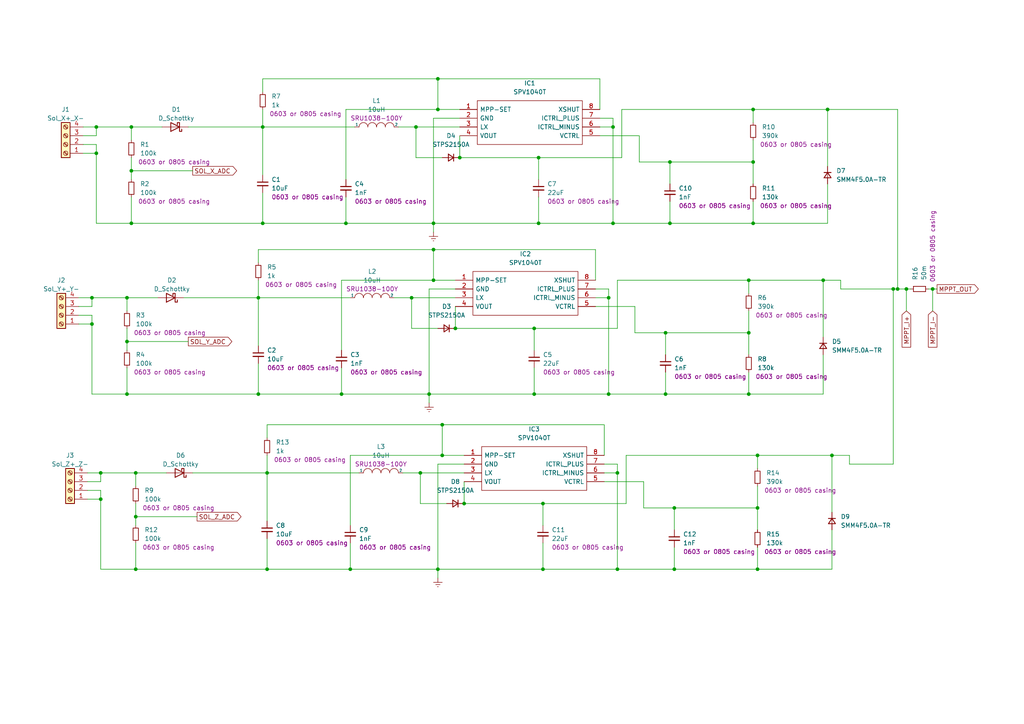
<source format=kicad_sch>
(kicad_sch (version 20230121) (generator eeschema)
  (paper "A4")
  (lib_symbols
    (symbol "Connector:Screw_Terminal_01x04" (pin_names (offset 1.016) hide)
      (property "Reference" "J" (at 0 5.08 0))
      (property "Value" "Screw_Terminal_01x04" (at 0 -7.62 0))
      (symbol "Screw_Terminal_01x04_1_1"
        (rectangle (start -1.27 3.81) (end 1.27 -6.35) (stroke (width 0.254)) (fill (type background)))
        (circle (center 0 -5.08) (radius 0.635) (stroke (width 0.1524)))
        (circle (center 0 -2.54) (radius 0.635) (stroke (width 0.1524)))
        (polyline (pts (xy -0.5334 -4.7498) (xy 0.3302 -5.588)) (stroke (width 0.1524)))
        (polyline (pts (xy -0.5334 -2.2098) (xy 0.3302 -3.048)) (stroke (width 0.1524)))
        (polyline (pts (xy -0.5334 0.3302) (xy 0.3302 -0.508)) (stroke (width 0.1524)))
        (polyline (pts (xy -0.5334 2.8702) (xy 0.3302 2.032)) (stroke (width 0.1524)))
        (polyline (pts (xy -0.3556 -4.572) (xy 0.508 -5.4102)) (stroke (width 0.1524)))
        (polyline (pts (xy -0.3556 -2.032) (xy 0.508 -2.8702)) (stroke (width 0.1524)))
        (polyline (pts (xy -0.3556 0.508) (xy 0.508 -0.3302)) (stroke (width 0.1524)))
        (polyline (pts (xy -0.3556 3.048) (xy 0.508 2.2098)) (stroke (width 0.1524)))
        (circle (center 0 0) (radius 0.635) (stroke (width 0.1524)))
        (circle (center 0 2.54) (radius 0.635) (stroke (width 0.1524)))
        (pin passive line (at -5.08 2.54 0) (length 3.81) (name "Pin_1") (number "1"))
        (pin passive line (at -5.08 0 0) (length 3.81) (name "Pin_2") (number "2"))
        (pin passive line (at -5.08 -2.54 0) (length 3.81) (name "Pin_3") (number "3"))
        (pin passive line (at -5.08 -5.08 0) (length 3.81) (name "Pin_4") (number "4"))
      )
    )
    (symbol "Device:C_Small" (pin_numbers hide) (pin_names (offset 0.254) hide)
      (property "Reference" "C" (at 0.254 1.778 0))
      (property "Value" "C_Small" (at 0.254 -2.032 0))
      (symbol "C_Small_0_1"
        (polyline (pts (xy -1.524 -0.508) (xy 1.524 -0.508)) (stroke (width 0.3302)))
        (polyline (pts (xy -1.524 0.508) (xy 1.524 0.508)) (stroke (width 0.3048)))
      )
      (symbol "C_Small_1_1"
        (pin passive line (at 0 2.54 270) (length 2.032) (name "~") (number "1"))
        (pin passive line (at 0 -2.54 90) (length 2.032) (name "~") (number "2"))
      )
    )
    (symbol "Device:D_Schottky" (pin_numbers hide) (pin_names (offset 1.016) hide)
      (property "Reference" "D" (at 0 2.54 0))
      (property "Value" "D_Schottky" (at 0 -2.54 0))
      (symbol "D_Schottky_0_1"
        (polyline (pts (xy 1.27 0) (xy -1.27 0)))
        (polyline (pts (xy 1.27 1.27) (xy 1.27 -1.27) (xy -1.27 0) (xy 1.27 1.27)) (stroke (width 0.254)))
        (polyline (pts (xy -1.905 0.635) (xy -1.905 1.27) (xy -1.27 1.27) (xy -1.27 -1.27) (xy -0.635 -1.27) (xy -0.635 -0.635)) (stroke (width 0.254)))
      )
      (symbol "D_Schottky_1_1"
        (pin passive line (at -3.81 0 0) (length 2.54) (name "K") (number "1"))
        (pin passive line (at 3.81 0 180) (length 2.54) (name "A") (number "2"))
      )
    )
    (symbol "Device:D_Small" (pin_numbers hide) (pin_names (offset 0.254) hide)
      (property "Reference" "D" (at -1.27 2.032 0))
      (property "Value" "D_Small" (at -3.81 -2.032 0))
      (symbol "D_Small_0_1"
        (polyline (pts (xy -0.762 -1.016) (xy -0.762 1.016)) (stroke (width 0.254)))
        (polyline (pts (xy -0.762 0) (xy 0.762 0)))
        (polyline (pts (xy 0.762 -1.016) (xy -0.762 0) (xy 0.762 1.016) (xy 0.762 -1.016)) (stroke (width 0.254)))
      )
      (symbol "D_Small_1_1"
        (pin passive line (at -2.54 0 0) (length 1.778) (name "K") (number "1"))
        (pin passive line (at 2.54 0 180) (length 1.778) (name "A") (number "2"))
      )
    )
    (symbol "Device:R_Small" (pin_numbers hide) (pin_names (offset 0.254) hide)
      (property "Reference" "R" (at 0.762 0.508 0))
      (property "Value" "R_Small" (at 0.762 -1.016 0))
      (symbol "R_Small_0_1"
        (rectangle (start -0.762 1.778) (end 0.762 -1.778) (stroke (width 0.2032)))
      )
      (symbol "R_Small_1_1"
        (pin passive line (at 0 2.54 270) (length 0.762) (name "~") (number "1"))
        (pin passive line (at 0 -2.54 90) (length 0.762) (name "~") (number "2"))
      )
    )
    (symbol "SPV1040T:SPV1040T" (pin_names (offset 0.762))
      (property "Reference" "IC" (at 36.83 7.62 0))
      (property "Value" "SPV1040T" (at 36.83 5.08 0))
      (symbol "SPV1040T_0_0"
        (pin passive line (at 0 0 0) (length 5.08) (name "MPP-SET") (number "1"))
        (pin passive line (at 0 -2.54 0) (length 5.08) (name "GND") (number "2"))
        (pin passive line (at 0 -5.08 0) (length 5.08) (name "LX") (number "3"))
        (pin passive line (at 0 -7.62 0) (length 5.08) (name "VOUT") (number "4"))
        (pin passive line (at 40.64 -7.62 180) (length 5.08) (name "VCTRL") (number "5"))
        (pin passive line (at 40.64 -5.08 180) (length 5.08) (name "ICTRL_MINUS") (number "6"))
        (pin passive line (at 40.64 -2.54 180) (length 5.08) (name "ICTRL_PLUS") (number "7"))
        (pin passive line (at 40.64 0 180) (length 5.08) (name "XSHUT") (number "8"))
      )
      (symbol "SPV1040T_0_1"
        (polyline (pts (xy 5.08 2.54) (xy 35.56 2.54) (xy 35.56 -10.16) (xy 5.08 -10.16) (xy 5.08 2.54)) (stroke (width 0.1524)))
      )
    )
    (symbol "power:Earth" (power) (pin_names (offset 0))
      (symbol "Earth_0_1"
        (polyline (pts (xy -0.635 -1.905) (xy 0.635 -1.905)))
        (polyline (pts (xy -0.127 -2.54) (xy 0.127 -2.54)))
        (polyline (pts (xy 0 -1.27) (xy 0 0)))
        (polyline (pts (xy 1.27 -1.27) (xy -1.27 -1.27)))
      )
      (symbol "Earth_1_1"
        (pin power_in line (at 0 0 270) (length 0) hide (name "Earth") (number "1"))
      )
    )
    (symbol "pspice:INDUCTOR" (pin_numbers hide) (pin_names (offset 0))
      (property "Reference" "L" (at 0 2.54 0))
      (property "Value" "INDUCTOR" (at 0 -1.27 0))
      (symbol "INDUCTOR_0_1"
        (arc (start -2.54 0) (mid -3.81 1.2645) (end -5.08 0))
        (arc (start 0 0) (mid -1.27 1.2645) (end -2.54 0))
        (arc (start 2.54 0) (mid 1.27 1.2645) (end 0 0))
        (arc (start 5.08 0) (mid 3.81 1.2645) (end 2.54 0))
      )
      (symbol "INDUCTOR_1_1"
        (pin input line (at -6.35 0 0) (length 1.27) (name "1") (number "1"))
        (pin input line (at 6.35 0 180) (length 1.27) (name "2") (number "2"))
      )
    )
  )
  (junction (at 156.21 64.77))
  (junction (at 74.93 114.3))
  (junction (at 133.35 45.72))
  (junction (at 260.35 83.82))
  (junction (at 29.21 137.16))
  (junction (at 27.94 36.83))
  (junction (at 194.31 46.99))
  (junction (at 38.1 49.53))
  (junction (at 218.44 46.99))
  (junction (at 39.37 165.1))
  (junction (at 125.73 64.77))
  (junction (at 259.08 83.82))
  (junction (at 125.73 72.39))
  (junction (at 100.33 64.77))
  (junction (at 177.8 36.83))
  (junction (at 121.92 137.16))
  (junction (at 156.21 45.72))
  (junction (at 132.08 95.25))
  (junction (at 154.94 114.3))
  (junction (at 38.1 64.77))
  (junction (at 217.17 81.28))
  (junction (at 39.37 137.16))
  (junction (at 217.17 114.3))
  (junction (at 26.67 86.36))
  (junction (at 125.73 81.28))
  (junction (at 128.27 132.08))
  (junction (at 176.53 114.3))
  (junction (at 219.71 132.08))
  (junction (at 270.51 83.82))
  (junction (at 29.21 144.78))
  (junction (at 119.38 86.36))
  (junction (at 177.8 64.77))
  (junction (at 74.93 86.36))
  (junction (at 179.07 165.1))
  (junction (at 241.3 132.08))
  (junction (at 134.62 146.05))
  (junction (at 77.47 137.16))
  (junction (at 193.04 114.3))
  (junction (at 194.31 64.77))
  (junction (at 77.47 165.1))
  (junction (at 76.2 36.83))
  (junction (at 218.44 31.75))
  (junction (at 218.44 64.77))
  (junction (at 195.58 165.1))
  (junction (at 36.83 99.06))
  (junction (at 76.2 64.77))
  (junction (at 99.06 114.3))
  (junction (at 157.48 165.1))
  (junction (at 36.83 86.36))
  (junction (at 127 22.86))
  (junction (at 176.53 86.36))
  (junction (at 262.89 83.82))
  (junction (at 26.67 93.98))
  (junction (at 127 165.1))
  (junction (at 128.27 123.19))
  (junction (at 39.37 149.86))
  (junction (at 240.03 31.75))
  (junction (at 193.04 96.52))
  (junction (at 157.48 146.05))
  (junction (at 154.94 95.25))
  (junction (at 27.94 44.45))
  (junction (at 101.6 165.1))
  (junction (at 120.65 36.83))
  (junction (at 38.1 36.83))
  (junction (at 179.07 137.16))
  (junction (at 219.71 165.1))
  (junction (at 195.58 147.32))
  (junction (at 238.76 81.28))
  (junction (at 36.83 114.3))
  (junction (at 127 31.75))
  (junction (at 124.46 114.3))
  (junction (at 219.71 147.32))
  (junction (at 217.17 96.52))
  (wire (pts (xy 99.06 106.68) (xy 99.06 114.3)))
  (wire (pts (xy 36.83 95.25) (xy 36.83 99.06)))
  (wire (pts (xy 260.35 31.75) (xy 260.35 83.82)))
  (wire (pts (xy 101.6 165.1) (xy 127 165.1)))
  (wire (pts (xy 238.76 102.87) (xy 238.76 114.3)))
  (wire (pts (xy 36.83 86.36) (xy 45.72 86.36)))
  (wire (pts (xy 76.2 31.75) (xy 76.2 36.83)))
  (wire (pts (xy 27.94 41.91) (xy 27.94 44.45)))
  (wire (pts (xy 173.99 34.29) (xy 177.8 34.29)))
  (wire (pts (xy 99.06 81.28) (xy 125.73 81.28)))
  (wire (pts (xy 76.2 55.88) (xy 76.2 64.77)))
  (wire (pts (xy 241.3 153.67) (xy 241.3 165.1)))
  (wire (pts (xy 99.06 114.3) (xy 124.46 114.3)))
  (wire (pts (xy 193.04 107.95) (xy 193.04 114.3)))
  (wire (pts (xy 193.04 96.52) (xy 193.04 102.87)))
  (wire (pts (xy 219.71 140.97) (xy 219.71 147.32)))
  (wire (pts (xy 260.35 83.82) (xy 259.08 83.82)))
  (wire (pts (xy 120.65 36.83) (xy 133.35 36.83)))
  (wire (pts (xy 25.4 139.7) (xy 29.21 139.7)))
  (wire (pts (xy 124.46 83.82) (xy 124.46 114.3)))
  (wire (pts (xy 101.6 132.08) (xy 128.27 132.08)))
  (wire (pts (xy 54.61 36.83) (xy 76.2 36.83)))
  (wire (pts (xy 177.8 36.83) (xy 177.8 64.77)))
  (wire (pts (xy 173.99 22.86) (xy 127 22.86)))
  (wire (pts (xy 262.89 83.82) (xy 264.16 83.82)))
  (wire (pts (xy 156.21 45.72) (xy 133.35 45.72)))
  (wire (pts (xy 180.34 31.75) (xy 218.44 31.75)))
  (wire (pts (xy 36.83 99.06) (xy 36.83 101.6)))
  (wire (pts (xy 125.73 64.77) (xy 156.21 64.77)))
  (wire (pts (xy 127 134.62) (xy 127 165.1)))
  (wire (pts (xy 217.17 81.28) (xy 238.76 81.28)))
  (wire (pts (xy 156.21 64.77) (xy 177.8 64.77)))
  (wire (pts (xy 240.03 48.26) (xy 240.03 31.75)))
  (wire (pts (xy 22.86 91.44) (xy 26.67 91.44)))
  (wire (pts (xy 120.65 45.72) (xy 120.65 36.83)))
  (wire (pts (xy 24.13 36.83) (xy 27.94 36.83)))
  (wire (pts (xy 184.15 96.52) (xy 193.04 96.52)))
  (wire (pts (xy 74.93 86.36) (xy 101.6 86.36)))
  (wire (pts (xy 132.08 88.9) (xy 132.08 95.25)))
  (wire (pts (xy 77.47 137.16) (xy 104.14 137.16)))
  (wire (pts (xy 154.94 114.3) (xy 176.53 114.3)))
  (wire (pts (xy 180.34 45.72) (xy 156.21 45.72)))
  (wire (pts (xy 260.35 83.82) (xy 262.89 83.82)))
  (wire (pts (xy 179.07 134.62) (xy 179.07 137.16)))
  (wire (pts (xy 38.1 45.72) (xy 38.1 49.53)))
  (wire (pts (xy 124.46 114.3) (xy 154.94 114.3)))
  (wire (pts (xy 156.21 45.72) (xy 156.21 52.07)))
  (wire (pts (xy 27.94 44.45) (xy 24.13 44.45)))
  (wire (pts (xy 219.71 165.1) (xy 241.3 165.1)))
  (wire (pts (xy 173.99 31.75) (xy 173.99 22.86)))
  (wire (pts (xy 194.31 46.99) (xy 194.31 53.34)))
  (wire (pts (xy 179.07 165.1) (xy 195.58 165.1)))
  (wire (pts (xy 218.44 31.75) (xy 218.44 35.56)))
  (wire (pts (xy 181.61 132.08) (xy 219.71 132.08)))
  (wire (pts (xy 246.38 134.62) (xy 246.38 132.08)))
  (wire (pts (xy 176.53 86.36) (xy 176.53 114.3)))
  (wire (pts (xy 39.37 137.16) (xy 48.26 137.16)))
  (wire (pts (xy 218.44 46.99) (xy 218.44 53.34)))
  (wire (pts (xy 22.86 88.9) (xy 26.67 88.9)))
  (wire (pts (xy 36.83 86.36) (xy 36.83 90.17)))
  (wire (pts (xy 179.07 137.16) (xy 179.07 165.1)))
  (wire (pts (xy 100.33 52.07) (xy 100.33 31.75)))
  (wire (pts (xy 128.27 45.72) (xy 120.65 45.72)))
  (wire (pts (xy 173.99 36.83) (xy 177.8 36.83)))
  (wire (pts (xy 39.37 157.48) (xy 39.37 165.1)))
  (wire (pts (xy 127 165.1) (xy 157.48 165.1)))
  (wire (pts (xy 262.89 83.82) (xy 262.89 90.17)))
  (wire (pts (xy 119.38 86.36) (xy 132.08 86.36)))
  (wire (pts (xy 177.8 34.29) (xy 177.8 36.83)))
  (wire (pts (xy 177.8 64.77) (xy 194.31 64.77)))
  (wire (pts (xy 194.31 46.99) (xy 218.44 46.99)))
  (wire (pts (xy 179.07 95.25) (xy 154.94 95.25)))
  (wire (pts (xy 217.17 81.28) (xy 217.17 85.09)))
  (wire (pts (xy 119.38 95.25) (xy 119.38 86.36)))
  (wire (pts (xy 26.67 91.44) (xy 26.67 93.98)))
  (wire (pts (xy 133.35 39.37) (xy 133.35 45.72)))
  (wire (pts (xy 38.1 36.83) (xy 38.1 40.64)))
  (wire (pts (xy 181.61 132.08) (xy 181.61 146.05)))
  (wire (pts (xy 172.72 83.82) (xy 176.53 83.82)))
  (wire (pts (xy 175.26 132.08) (xy 175.26 123.19)))
  (wire (pts (xy 53.34 86.36) (xy 74.93 86.36)))
  (wire (pts (xy 180.34 31.75) (xy 180.34 45.72)))
  (wire (pts (xy 173.99 39.37) (xy 185.42 39.37)))
  (wire (pts (xy 27.94 36.83) (xy 38.1 36.83)))
  (wire (pts (xy 74.93 72.39) (xy 74.93 76.2)))
  (wire (pts (xy 115.57 36.83) (xy 120.65 36.83)))
  (wire (pts (xy 246.38 134.62) (xy 259.08 134.62)))
  (wire (pts (xy 116.84 137.16) (xy 121.92 137.16)))
  (wire (pts (xy 22.86 86.36) (xy 26.67 86.36)))
  (wire (pts (xy 27.94 64.77) (xy 27.94 44.45)))
  (wire (pts (xy 74.93 72.39) (xy 125.73 72.39)))
  (wire (pts (xy 24.13 41.91) (xy 27.94 41.91)))
  (wire (pts (xy 26.67 86.36) (xy 36.83 86.36)))
  (wire (pts (xy 101.6 157.48) (xy 101.6 165.1)))
  (wire (pts (xy 29.21 165.1) (xy 39.37 165.1)))
  (wire (pts (xy 217.17 90.17) (xy 217.17 96.52)))
  (wire (pts (xy 195.58 158.75) (xy 195.58 165.1)))
  (wire (pts (xy 25.4 137.16) (xy 29.21 137.16)))
  (wire (pts (xy 243.84 81.28) (xy 238.76 81.28)))
  (wire (pts (xy 77.47 156.21) (xy 77.47 165.1)))
  (wire (pts (xy 77.47 123.19) (xy 77.47 127)))
  (wire (pts (xy 176.53 114.3) (xy 193.04 114.3)))
  (wire (pts (xy 270.51 83.82) (xy 270.51 90.17)))
  (wire (pts (xy 25.4 142.24) (xy 29.21 142.24)))
  (wire (pts (xy 157.48 146.05) (xy 157.48 152.4)))
  (wire (pts (xy 36.83 99.06) (xy 54.61 99.06)))
  (wire (pts (xy 184.15 88.9) (xy 184.15 96.52)))
  (wire (pts (xy 125.73 34.29) (xy 125.73 64.77)))
  (wire (pts (xy 74.93 81.28) (xy 74.93 86.36)))
  (wire (pts (xy 127 165.1) (xy 127 167.64)))
  (wire (pts (xy 195.58 147.32) (xy 219.71 147.32)))
  (wire (pts (xy 218.44 31.75) (xy 240.03 31.75)))
  (wire (pts (xy 217.17 96.52) (xy 217.17 102.87)))
  (wire (pts (xy 27.94 39.37) (xy 27.94 36.83)))
  (wire (pts (xy 217.17 107.95) (xy 217.17 114.3)))
  (wire (pts (xy 39.37 165.1) (xy 77.47 165.1)))
  (wire (pts (xy 76.2 36.83) (xy 102.87 36.83)))
  (wire (pts (xy 76.2 64.77) (xy 100.33 64.77)))
  (wire (pts (xy 29.21 165.1) (xy 29.21 144.78)))
  (wire (pts (xy 29.21 142.24) (xy 29.21 144.78)))
  (wire (pts (xy 195.58 165.1) (xy 219.71 165.1)))
  (wire (pts (xy 156.21 57.15) (xy 156.21 64.77)))
  (wire (pts (xy 133.35 34.29) (xy 125.73 34.29)))
  (wire (pts (xy 77.47 123.19) (xy 128.27 123.19)))
  (wire (pts (xy 219.71 158.75) (xy 219.71 165.1)))
  (wire (pts (xy 218.44 64.77) (xy 240.03 64.77)))
  (wire (pts (xy 185.42 46.99) (xy 194.31 46.99)))
  (wire (pts (xy 77.47 132.08) (xy 77.47 137.16)))
  (wire (pts (xy 125.73 64.77) (xy 125.73 67.31)))
  (wire (pts (xy 128.27 123.19) (xy 128.27 132.08)))
  (wire (pts (xy 39.37 137.16) (xy 39.37 140.97)))
  (wire (pts (xy 129.54 146.05) (xy 121.92 146.05)))
  (wire (pts (xy 39.37 146.05) (xy 39.37 149.86)))
  (wire (pts (xy 100.33 57.15) (xy 100.33 64.77)))
  (wire (pts (xy 76.2 36.83) (xy 76.2 50.8)))
  (wire (pts (xy 218.44 58.42) (xy 218.44 64.77)))
  (wire (pts (xy 240.03 53.34) (xy 240.03 64.77)))
  (wire (pts (xy 270.51 83.82) (xy 271.78 83.82)))
  (wire (pts (xy 74.93 86.36) (xy 74.93 100.33)))
  (wire (pts (xy 29.21 139.7) (xy 29.21 137.16)))
  (wire (pts (xy 121.92 137.16) (xy 134.62 137.16)))
  (wire (pts (xy 39.37 149.86) (xy 39.37 152.4)))
  (wire (pts (xy 238.76 97.79) (xy 238.76 81.28)))
  (wire (pts (xy 179.07 81.28) (xy 217.17 81.28)))
  (wire (pts (xy 38.1 49.53) (xy 55.88 49.53)))
  (wire (pts (xy 127 31.75) (xy 133.35 31.75)))
  (wire (pts (xy 125.73 81.28) (xy 132.08 81.28)))
  (wire (pts (xy 154.94 106.68) (xy 154.94 114.3)))
  (wire (pts (xy 175.26 139.7) (xy 186.69 139.7)))
  (wire (pts (xy 134.62 139.7) (xy 134.62 146.05)))
  (wire (pts (xy 24.13 39.37) (xy 27.94 39.37)))
  (wire (pts (xy 186.69 147.32) (xy 195.58 147.32)))
  (wire (pts (xy 74.93 105.41) (xy 74.93 114.3)))
  (wire (pts (xy 29.21 144.78) (xy 25.4 144.78)))
  (wire (pts (xy 219.71 132.08) (xy 219.71 135.89)))
  (wire (pts (xy 172.72 88.9) (xy 184.15 88.9)))
  (wire (pts (xy 38.1 64.77) (xy 76.2 64.77)))
  (wire (pts (xy 125.73 72.39) (xy 125.73 81.28)))
  (wire (pts (xy 246.38 132.08) (xy 241.3 132.08)))
  (wire (pts (xy 127 22.86) (xy 127 31.75)))
  (wire (pts (xy 27.94 64.77) (xy 38.1 64.77)))
  (wire (pts (xy 74.93 114.3) (xy 99.06 114.3)))
  (wire (pts (xy 124.46 114.3) (xy 124.46 116.84)))
  (wire (pts (xy 175.26 134.62) (xy 179.07 134.62)))
  (wire (pts (xy 269.24 83.82) (xy 270.51 83.82)))
  (wire (pts (xy 172.72 86.36) (xy 176.53 86.36)))
  (wire (pts (xy 179.07 81.28) (xy 179.07 95.25)))
  (wire (pts (xy 193.04 114.3) (xy 217.17 114.3)))
  (wire (pts (xy 259.08 83.82) (xy 243.84 83.82)))
  (wire (pts (xy 100.33 64.77) (xy 125.73 64.77)))
  (wire (pts (xy 36.83 106.68) (xy 36.83 114.3)))
  (wire (pts (xy 154.94 95.25) (xy 154.94 101.6)))
  (wire (pts (xy 219.71 132.08) (xy 241.3 132.08)))
  (wire (pts (xy 195.58 147.32) (xy 195.58 153.67)))
  (wire (pts (xy 217.17 114.3) (xy 238.76 114.3)))
  (wire (pts (xy 241.3 148.59) (xy 241.3 132.08)))
  (wire (pts (xy 26.67 114.3) (xy 26.67 93.98)))
  (wire (pts (xy 134.62 134.62) (xy 127 134.62)))
  (wire (pts (xy 172.72 81.28) (xy 172.72 72.39)))
  (wire (pts (xy 127 95.25) (xy 119.38 95.25)))
  (wire (pts (xy 76.2 22.86) (xy 127 22.86)))
  (wire (pts (xy 128.27 132.08) (xy 134.62 132.08)))
  (wire (pts (xy 157.48 165.1) (xy 179.07 165.1)))
  (wire (pts (xy 132.08 83.82) (xy 124.46 83.82)))
  (wire (pts (xy 114.3 86.36) (xy 119.38 86.36)))
  (wire (pts (xy 186.69 139.7) (xy 186.69 147.32)))
  (wire (pts (xy 175.26 123.19) (xy 128.27 123.19)))
  (wire (pts (xy 240.03 31.75) (xy 260.35 31.75)))
  (wire (pts (xy 26.67 88.9) (xy 26.67 86.36)))
  (wire (pts (xy 185.42 39.37) (xy 185.42 46.99)))
  (wire (pts (xy 181.61 146.05) (xy 157.48 146.05)))
  (wire (pts (xy 55.88 137.16) (xy 77.47 137.16)))
  (wire (pts (xy 77.47 165.1) (xy 101.6 165.1)))
  (wire (pts (xy 36.83 114.3) (xy 74.93 114.3)))
  (wire (pts (xy 194.31 58.42) (xy 194.31 64.77)))
  (wire (pts (xy 157.48 146.05) (xy 134.62 146.05)))
  (wire (pts (xy 77.47 137.16) (xy 77.47 151.13)))
  (wire (pts (xy 29.21 137.16) (xy 39.37 137.16)))
  (wire (pts (xy 26.67 93.98) (xy 22.86 93.98)))
  (wire (pts (xy 38.1 57.15) (xy 38.1 64.77)))
  (wire (pts (xy 26.67 114.3) (xy 36.83 114.3)))
  (wire (pts (xy 154.94 95.25) (xy 132.08 95.25)))
  (wire (pts (xy 39.37 149.86) (xy 57.15 149.86)))
  (wire (pts (xy 243.84 83.82) (xy 243.84 81.28)))
  (wire (pts (xy 193.04 96.52) (xy 217.17 96.52)))
  (wire (pts (xy 76.2 22.86) (xy 76.2 26.67)))
  (wire (pts (xy 219.71 147.32) (xy 219.71 153.67)))
  (wire (pts (xy 157.48 157.48) (xy 157.48 165.1)))
  (wire (pts (xy 121.92 146.05) (xy 121.92 137.16)))
  (wire (pts (xy 176.53 83.82) (xy 176.53 86.36)))
  (wire (pts (xy 194.31 64.77) (xy 218.44 64.77)))
  (wire (pts (xy 38.1 36.83) (xy 46.99 36.83)))
  (wire (pts (xy 38.1 49.53) (xy 38.1 52.07)))
  (wire (pts (xy 218.44 40.64) (xy 218.44 46.99)))
  (wire (pts (xy 101.6 152.4) (xy 101.6 132.08)))
  (wire (pts (xy 259.08 134.62) (xy 259.08 83.82)))
  (wire (pts (xy 172.72 72.39) (xy 125.73 72.39)))
  (wire (pts (xy 100.33 31.75) (xy 127 31.75)))
  (wire (pts (xy 99.06 101.6) (xy 99.06 81.28)))
  (wire (pts (xy 175.26 137.16) (xy 179.07 137.16)))
  (global_label "SOL_Z_ADC" (shape output) (at 57.15 149.86 0) (property "Intersheetrefs" "${INTERSHEET_REFS}" (effects hide)))
  (global_label "MPPT_I-" (shape input) (at 270.51 90.17 270) (property "Intersheetrefs" "${INTERSHEET_REFS}" (effects hide)))
  (global_label "MPPT_I+" (shape input) (at 262.89 90.17 270) (property "Intersheetrefs" "${INTERSHEET_REFS}" (effects hide)))
  (global_label "MPPT_OUT" (shape output) (at 271.78 83.82 0) (property "Intersheetrefs" "${INTERSHEET_REFS}" (effects hide)))
  (global_label "SOL_X_ADC" (shape output) (at 55.88 49.53 0) (property "Intersheetrefs" "${INTERSHEET_REFS}" (effects hide)))
  (global_label "SOL_Y_ADC" (shape output) (at 54.61 99.06 0) (property "Intersheetrefs" "${INTERSHEET_REFS}" (effects hide)))
  (symbol (lib_id "Device:C_Small") (at 193.04 105.41 0) (unit 1)
    (property "Reference" "C6" (at 195.58 104.1462 0) (effects (justify left)))
    (property "Value" "1nF" (at 195.58 106.6862 0) (effects (justify left)))
    (property "Footprint" "Capacitor_SMD:C_0805_2012Metric_Pad1.18x1.45mm_HandSolder" (effects hide))
    (property "Field4" "0603 or 0805 casing" (at 195.58 109.22 0) (effects (justify left)))
    (instances (project "FinalBoardCircuits" (path "" (reference "C6") (unit 1))) (project "pcb" (path "" (reference "C9") (unit 1))))
  )
  (symbol (lib_id "Connector:Screw_Terminal_01x04") (at 19.05 41.91 180) (unit 1)
    (property "Reference" "J1" (at 19.05 31.75 0))
    (property "Value" "Sol_X+_X-" (at 19.05 34.29 0))
    (property "Footprint" "Connector_JST:JST_GH_SM04B-GHS-TB_1x04-1MP_P1.25mm_Horizontal" (effects hide))
    (instances (project "FinalBoardCircuits" (path "" (reference "J1") (unit 1))) (project "pcb" (path "" (reference "J2") (unit 1))))
  )
  (symbol (lib_id "Device:D_Schottky") (at 50.8 36.83 180) (unit 1)
    (property "Reference" "D1" (at 51.1175 31.75 0))
    (property "Value" "D_Schottky" (at 51.1175 34.29 0))
    (property "Footprint" "myfootprints:STPS2150A" (effects hide))
    (instances (project "FinalBoardCircuits" (path "" (reference "D1") (unit 1))) (project "pcb" (path "" (reference "D10") (unit 1))))
  )
  (symbol (lib_id "Device:R_Small") (at 39.37 154.94 0) (unit 1)
    (property "Reference" "R12" (at 41.91 153.6699 0) (effects (justify left)))
    (property "Value" "100k" (at 41.91 156.2099 0) (effects (justify left)))
    (property "Footprint" "Resistor_SMD:R_0805_2012Metric_Pad1.20x1.40mm_HandSolder" (effects hide))
    (property "Field4" "0603 or 0805 casing" (at 62.23 158.75 0) (effects (justify right)))
    (instances (project "FinalBoardCircuits" (path "" (reference "R12") (unit 1))) (project "pcb" (path "" (reference "R33") (unit 1))))
  )
  (symbol (lib_id "power:Earth") (at 124.46 116.84 0) (unit 1)
    (property "Reference" "#PWR02" (effects hide))
    (property "Value" "Earth" (effects hide))
    (instances (project "FinalBoardCircuits" (path "" (reference "#PWR02") (unit 1))) (project "pcb" (path "" (reference "#PWR01") (unit 1))))
  )
  (symbol (lib_id "Device:R_Small") (at 266.7 83.82 90) (unit 1)
    (property "Reference" "R16" (at 265.4299 81.28 0) (effects (justify left)))
    (property "Value" "50m" (at 267.9699 81.28 0) (effects (justify left)))
    (property "Footprint" "Resistor_SMD:R_0805_2012Metric_Pad1.20x1.40mm_HandSolder" (effects hide))
    (property "Field4" "0603 or 0805 casing" (at 270.51 60.96 0) (effects (justify right)))
    (instances (project "FinalBoardCircuits" (path "" (reference "R16") (unit 1))) (project "pcb" (path "" (reference "R56") (unit 1))))
  )
  (symbol (lib_id "Device:R_Small") (at 219.71 156.21 0) (unit 1)
    (property "Reference" "R15" (at 222.25 154.9399 0) (effects (justify left)))
    (property "Value" "130k" (at 222.25 157.4799 0) (effects (justify left)))
    (property "Footprint" "Resistor_SMD:R_0805_2012Metric_Pad1.20x1.40mm_HandSolder" (effects hide))
    (property "Field4" "0603 or 0805 casing" (at 242.57 160.02 0) (effects (justify right)))
    (instances (project "FinalBoardCircuits" (path "" (reference "R15") (unit 1))) (project "pcb" (path "" (reference "R8") (unit 1))))
  )
  (symbol (lib_id "Device:R_Small") (at 38.1 43.18 0) (unit 1)
    (property "Reference" "R1" (at 40.64 41.9099 0) (effects (justify left)))
    (property "Value" "100k" (at 40.64 44.4499 0) (effects (justify left)))
    (property "Footprint" "Resistor_SMD:R_0805_2012Metric_Pad1.20x1.40mm_HandSolder" (effects hide))
    (property "Field4" "0603 or 0805 casing" (at 60.96 46.99 0) (effects (justify right)))
    (instances (project "FinalBoardCircuits" (path "" (reference "R1") (unit 1))) (project "pcb" (path "" (reference "R32") (unit 1))))
  )
  (symbol (lib_id "Device:R_Small") (at 74.93 78.74 0) (unit 1)
    (property "Reference" "R5" (at 77.47 77.4699 0) (effects (justify left)))
    (property "Value" "1k" (at 77.47 80.0099 0) (effects (justify left)))
    (property "Footprint" "Resistor_SMD:R_0805_2012Metric_Pad1.20x1.40mm_HandSolder" (effects hide))
    (property "Field4" "0603 or 0805 casing" (at 97.79 82.55 0) (effects (justify right)))
    (instances (project "FinalBoardCircuits" (path "" (reference "R5") (unit 1))) (project "pcb" (path "" (reference "R6") (unit 1))))
  )
  (symbol (lib_id "Connector:Screw_Terminal_01x04") (at 20.32 142.24 180) (unit 1)
    (property "Reference" "J3" (at 20.32 132.08 0))
    (property "Value" "Sol_Z+_Z-" (at 20.32 134.62 0))
    (property "Footprint" "Connector_JST:JST_GH_SM04B-GHS-TB_1x04-1MP_P1.25mm_Horizontal" (effects hide))
    (instances (project "FinalBoardCircuits" (path "" (reference "J3") (unit 1))) (project "pcb" (path "" (reference "J2") (unit 1))))
  )
  (symbol (lib_id "power:Earth") (at 125.73 67.31 0) (unit 1)
    (property "Reference" "#PWR01" (effects hide))
    (property "Value" "Earth" (effects hide))
  )
  (symbol (lib_id "power:Earth") (at 127 167.64 0) (unit 1)
    (property "Reference" "#PWR03" (effects hide))
    (property "Value" "Earth" (effects hide))
    (instances (project "FinalBoardCircuits" (path "" (reference "#PWR03") (unit 1))) (project "pcb" (path "" (reference "#PWR01") (unit 1))))
  )
  (symbol (lib_id "Device:D_Small") (at 240.03 50.8 270) (unit 1)
    (property "Reference" "D7" (at 242.57 49.5299 90) (effects (justify left)))
    (property "Value" "SMM4F5.0A-TR" (at 242.57 52.0699 90) (effects (justify left)))
    (property "Footprint" "myfootprints:SMM4F5.0A-TR" (effects hide))
    (instances (project "FinalBoardCircuits" (path "" (reference "D7") (unit 1))) (project "pcb" (path "" (reference "D2") (unit 1))))
  )
  (symbol (lib_id "Device:C_Small") (at 101.6 154.94 0) (unit 1)
    (property "Reference" "C9" (at 104.14 153.6762 0) (effects (justify left)))
    (property "Value" "1nF" (at 104.14 156.2162 0) (effects (justify left)))
    (property "Footprint" "Capacitor_SMD:C_0805_2012Metric_Pad1.18x1.45mm_HandSolder" (effects hide))
    (property "Field4" "0603 or 0805 casing" (at 104.14 158.75 0) (effects (justify left)))
    (instances (project "FinalBoardCircuits" (path "" (reference "C9") (unit 1))) (project "pcb" (path "" (reference "C7") (unit 1))))
  )
  (symbol (lib_id "Device:D_Small") (at 241.3 151.13 270) (unit 1)
    (property "Reference" "D9" (at 243.84 149.8599 90) (effects (justify left)))
    (property "Value" "SMM4F5.0A-TR" (at 243.84 152.3999 90) (effects (justify left)))
    (property "Footprint" "myfootprints:SMM4F5.0A-TR" (effects hide))
    (instances (project "FinalBoardCircuits" (path "" (reference "D9") (unit 1))) (project "pcb" (path "" (reference "D2") (unit 1))))
  )
  (symbol (lib_id "Device:C_Small") (at 99.06 104.14 0) (unit 1)
    (property "Reference" "C3" (at 101.6 102.8762 0) (effects (justify left)))
    (property "Value" "1nF" (at 101.6 105.4162 0) (effects (justify left)))
    (property "Footprint" "Capacitor_SMD:C_0805_2012Metric_Pad1.18x1.45mm_HandSolder" (effects hide))
    (property "Field4" "0603 or 0805 casing" (at 101.6 107.95 0) (effects (justify left)))
    (instances (project "FinalBoardCircuits" (path "" (reference "C3") (unit 1))) (project "pcb" (path "" (reference "C7") (unit 1))))
  )
  (symbol (lib_id "Device:R_Small") (at 76.2 29.21 0) (unit 1)
    (property "Reference" "R7" (at 78.74 27.9399 0) (effects (justify left)))
    (property "Value" "1k" (at 78.74 30.4799 0) (effects (justify left)))
    (property "Footprint" "Resistor_SMD:R_0805_2012Metric_Pad1.20x1.40mm_HandSolder" (effects hide))
    (property "Field4" "0603 or 0805 casing" (at 99.06 33.02 0) (effects (justify right)))
    (instances (project "FinalBoardCircuits" (path "" (reference "R7") (unit 1))) (project "pcb" (path "" (reference "R6") (unit 1))))
  )
  (symbol (lib_id "Device:C_Small") (at 195.58 156.21 0) (unit 1)
    (property "Reference" "C12" (at 198.12 154.9462 0) (effects (justify left)))
    (property "Value" "1nF" (at 198.12 157.4862 0) (effects (justify left)))
    (property "Footprint" "Capacitor_SMD:C_0805_2012Metric_Pad1.18x1.45mm_HandSolder" (effects hide))
    (property "Field4" "0603 or 0805 casing" (at 198.12 160.02 0) (effects (justify left)))
    (instances (project "FinalBoardCircuits" (path "" (reference "C12") (unit 1))) (project "pcb" (path "" (reference "C9") (unit 1))))
  )
  (symbol (lib_id "Device:R_Small") (at 36.83 92.71 0) (unit 1)
    (property "Reference" "R3" (at 39.37 91.4399 0) (effects (justify left)))
    (property "Value" "100k" (at 39.37 93.9799 0) (effects (justify left)))
    (property "Footprint" "Resistor_SMD:R_0805_2012Metric_Pad1.20x1.40mm_HandSolder" (effects hide))
    (property "Field4" "0603 or 0805 casing" (at 59.69 96.52 0) (effects (justify right)))
    (instances (project "FinalBoardCircuits" (path "" (reference "R3") (unit 1))) (project "pcb" (path "" (reference "R32") (unit 1))))
  )
  (symbol (lib_id "Device:D_Small") (at 129.54 95.25 180) (unit 1)
    (property "Reference" "D3" (at 129.54 88.9 0))
    (property "Value" "STPS2150A" (at 129.54 91.44 0))
    (property "Footprint" "myfootprints:STPS2150A" (effects hide))
    (instances (project "FinalBoardCircuits" (path "" (reference "D3") (unit 1))) (project "pcb" (path "" (reference "D1") (unit 1))))
  )
  (symbol (lib_id "pspice:INDUCTOR") (at 110.49 137.16 0) (unit 1)
    (property "Reference" "L3" (at 110.49 129.54 0))
    (property "Value" "10uH" (at 110.49 132.08 0))
    (property "Footprint" "myfootprints:B82442T1103K050" (effects hide))
    (property "Field4" "SRU1038-100Y" (at 110.49 134.62 0))
    (instances (project "FinalBoardCircuits" (path "" (reference "L3") (unit 1))) (project "pcb" (path "" (reference "L2") (unit 1))))
  )
  (symbol (lib_id "Device:C_Small") (at 77.47 153.67 0) (unit 1)
    (property "Reference" "C8" (at 80.01 152.4062 0) (effects (justify left)))
    (property "Value" "10uF" (at 80.01 154.9462 0) (effects (justify left)))
    (property "Footprint" "Capacitor_SMD:C_0805_2012Metric_Pad1.18x1.45mm_HandSolder" (effects hide))
    (property "Field4" "0603 or 0805 casing" (at 80.01 157.48 0) (effects (justify left)))
    (instances (project "FinalBoardCircuits" (path "" (reference "C8") (unit 1))) (project "pcb" (path "" (reference "C6") (unit 1))))
  )
  (symbol (lib_id "Device:D_Schottky") (at 52.07 137.16 180) (unit 1)
    (property "Reference" "D6" (at 52.3875 132.08 0))
    (property "Value" "D_Schottky" (at 52.3875 134.62 0))
    (property "Footprint" "myfootprints:STPS2150A" (effects hide))
    (instances (project "FinalBoardCircuits" (path "" (reference "D6") (unit 1))) (project "pcb" (path "" (reference "D10") (unit 1))))
  )
  (symbol (lib_id "Connector:Screw_Terminal_01x04") (at 17.78 91.44 180) (unit 1)
    (property "Reference" "J2" (at 17.78 81.28 0))
    (property "Value" "Sol_Y+_Y-" (at 17.78 83.82 0))
    (property "Footprint" "Connector_JST:JST_GH_SM04B-GHS-TB_1x04-1MP_P1.25mm_Horizontal" (effects hide))
  )
  (symbol (lib_id "Device:R_Small") (at 39.37 143.51 0) (unit 1)
    (property "Reference" "R9" (at 41.91 142.2399 0) (effects (justify left)))
    (property "Value" "100k" (at 41.91 144.7799 0) (effects (justify left)))
    (property "Footprint" "Resistor_SMD:R_0805_2012Metric_Pad1.20x1.40mm_HandSolder" (effects hide))
    (property "Field4" "0603 or 0805 casing" (at 62.23 147.32 0) (effects (justify right)))
    (instances (project "FinalBoardCircuits" (path "" (reference "R9") (unit 1))) (project "pcb" (path "" (reference "R32") (unit 1))))
  )
  (symbol (lib_id "Device:R_Small") (at 218.44 55.88 0) (unit 1)
    (property "Reference" "R11" (at 220.98 54.6099 0) (effects (justify left)))
    (property "Value" "130k" (at 220.98 57.1499 0) (effects (justify left)))
    (property "Footprint" "Resistor_SMD:R_0805_2012Metric_Pad1.20x1.40mm_HandSolder" (effects hide))
    (property "Field4" "0603 or 0805 casing" (at 241.3 59.69 0) (effects (justify right)))
    (instances (project "FinalBoardCircuits" (path "" (reference "R11") (unit 1))) (project "pcb" (path "" (reference "R8") (unit 1))))
  )
  (symbol (lib_id "Device:C_Small") (at 157.48 154.94 0) (unit 1)
    (property "Reference" "C11" (at 160.02 153.6762 0) (effects (justify left)))
    (property "Value" "22uF" (at 160.02 156.2162 0) (effects (justify left)))
    (property "Footprint" "Capacitor_SMD:C_0805_2012Metric_Pad1.18x1.45mm_HandSolder" (effects hide))
    (property "Field4" "0603 or 0805 casing" (at 160.02 158.75 0) (effects (justify left)))
    (instances (project "FinalBoardCircuits" (path "" (reference "C11") (unit 1))) (project "pcb" (path "" (reference "C8") (unit 1))))
  )
  (symbol (lib_id "Device:R_Small") (at 77.47 129.54 0) (unit 1)
    (property "Reference" "R13" (at 80.01 128.2699 0) (effects (justify left)))
    (property "Value" "1k" (at 80.01 130.8099 0) (effects (justify left)))
    (property "Footprint" "Resistor_SMD:R_0805_2012Metric_Pad1.20x1.40mm_HandSolder" (effects hide))
    (property "Field4" "0603 or 0805 casing" (at 100.33 133.35 0) (effects (justify right)))
    (instances (project "FinalBoardCircuits" (path "" (reference "R13") (unit 1))) (project "pcb" (path "" (reference "R6") (unit 1))))
  )
  (symbol (lib_id "Device:D_Small") (at 132.08 146.05 180) (unit 1)
    (property "Reference" "D8" (at 132.08 139.7 0))
    (property "Value" "STPS2150A" (at 132.08 142.24 0))
    (property "Footprint" "myfootprints:STPS2150A" (effects hide))
    (instances (project "FinalBoardCircuits" (path "" (reference "D8") (unit 1))) (project "pcb" (path "" (reference "D1") (unit 1))))
  )
  (symbol (lib_id "Device:C_Small") (at 156.21 54.61 0) (unit 1)
    (property "Reference" "C7" (at 158.75 53.3462 0) (effects (justify left)))
    (property "Value" "22uF" (at 158.75 55.8862 0) (effects (justify left)))
    (property "Footprint" "Capacitor_SMD:C_0805_2012Metric_Pad1.18x1.45mm_HandSolder" (effects hide))
    (property "Field4" "0603 or 0805 casing" (at 158.75 58.42 0) (effects (justify left)))
    (instances (project "FinalBoardCircuits" (path "" (reference "C7") (unit 1))) (project "pcb" (path "" (reference "C8") (unit 1))))
  )
  (symbol (lib_id "Device:C_Small") (at 194.31 55.88 0) (unit 1)
    (property "Reference" "C10" (at 196.85 54.6162 0) (effects (justify left)))
    (property "Value" "1nF" (at 196.85 57.1562 0) (effects (justify left)))
    (property "Footprint" "Capacitor_SMD:C_0805_2012Metric_Pad1.18x1.45mm_HandSolder" (effects hide))
    (property "Field4" "0603 or 0805 casing" (at 196.85 59.69 0) (effects (justify left)))
    (instances (project "FinalBoardCircuits" (path "" (reference "C10") (unit 1))) (project "pcb" (path "" (reference "C9") (unit 1))))
  )
  (symbol (lib_id "Device:C_Small") (at 76.2 53.34 0) (unit 1)
    (property "Reference" "C1" (at 78.74 52.0762 0) (effects (justify left)))
    (property "Value" "10uF" (at 78.74 54.6162 0) (effects (justify left)))
    (property "Footprint" "Capacitor_SMD:C_0805_2012Metric_Pad1.18x1.45mm_HandSolder" (effects hide))
    (property "Field4" "0603 or 0805 casing" (at 78.74 57.15 0) (effects (justify left)))
    (instances (project "FinalBoardCircuits" (path "" (reference "C1") (unit 1))) (project "pcb" (path "" (reference "C6") (unit 1))))
  )
  (symbol (lib_id "Device:D_Small") (at 130.81 45.72 180) (unit 1)
    (property "Reference" "D4" (at 130.81 39.37 0))
    (property "Value" "STPS2150A" (at 130.81 41.91 0))
    (property "Footprint" "myfootprints:STPS2150A" (effects hide))
    (instances (project "FinalBoardCircuits" (path "" (reference "D4") (unit 1))) (project "pcb" (path "" (reference "D1") (unit 1))))
  )
  (symbol (lib_id "Device:D_Small") (at 238.76 100.33 270) (unit 1)
    (property "Reference" "D5" (at 241.3 99.0599 90) (effects (justify left)))
    (property "Value" "SMM4F5.0A-TR" (at 241.3 101.5999 90) (effects (justify left)))
    (property "Footprint" "myfootprints:SMM4F5.0A-TR" (effects hide))
    (instances (project "FinalBoardCircuits" (path "" (reference "D5") (unit 1))) (project "pcb" (path "" (reference "D2") (unit 1))))
  )
  (symbol (lib_id "Device:R_Small") (at 217.17 105.41 0) (unit 1)
    (property "Reference" "R8" (at 219.71 104.1399 0) (effects (justify left)))
    (property "Value" "130k" (at 219.71 106.6799 0) (effects (justify left)))
    (property "Footprint" "Resistor_SMD:R_0805_2012Metric_Pad1.20x1.40mm_HandSolder" (effects hide))
    (property "Field4" "0603 or 0805 casing" (at 240.03 109.22 0) (effects (justify right)))
  )
  (symbol (lib_id "Device:C_Small") (at 74.93 102.87 0) (unit 1)
    (property "Reference" "C2" (at 77.47 101.6062 0) (effects (justify left)))
    (property "Value" "10uF" (at 77.47 104.1462 0) (effects (justify left)))
    (property "Footprint" "Capacitor_SMD:C_0805_2012Metric_Pad1.18x1.45mm_HandSolder" (effects hide))
    (property "Field4" "0603 or 0805 casing" (at 77.47 106.68 0) (effects (justify left)))
    (instances (project "FinalBoardCircuits" (path "" (reference "C2") (unit 1))) (project "pcb" (path "" (reference "C6") (unit 1))))
  )
  (symbol (lib_id "Device:R_Small") (at 217.17 87.63 0) (unit 1)
    (property "Reference" "R6" (at 219.71 86.3599 0) (effects (justify left)))
    (property "Value" "390k" (at 219.71 88.8999 0) (effects (justify left)))
    (property "Footprint" "Resistor_SMD:R_0805_2012Metric_Pad1.20x1.40mm_HandSolder" (effects hide))
    (property "Field4" "0603 or 0805 casing" (at 240.03 91.44 0) (effects (justify right)))
    (instances (project "FinalBoardCircuits" (path "" (reference "R6") (unit 1))) (project "pcb" (path "" (reference "R7") (unit 1))))
  )
  (symbol (lib_id "SPV1040T:SPV1040T") (at 132.08 81.28 0) (unit 1)
    (property "Reference" "IC2" (at 152.4 73.66 0))
    (property "Value" "SPV1040T" (at 152.4 76.2 0))
    (property "Footprint" "myfootprints:SPV1040T" (effects hide))
    (property "Description" "Voltage Regulators - Switching Regulators Hi efficiency solar battery charger" (effects hide))
    (property "Height" "1.2" (effects hide))
    (property "Mouser Part Number" "511-SPV1040T" (effects hide))
    (property "Mouser Price/Stock" "https://www.mouser.co.uk/ProductDetail/STMicroelectronics/SPV1040T?qs=7qOP6AeGKU1lga8RjcaFUQ%3D%3D" (effects hide))
    (property "Manufacturer_Name" "STMicroelectronics" (effects hide))
    (property "Manufacturer_Part_Number" "SPV1040T" (effects hide))
  )
  (symbol (lib_id "Device:R_Small") (at 38.1 54.61 0) (unit 1)
    (property "Reference" "R2" (at 40.64 53.3399 0) (effects (justify left)))
    (property "Value" "100k" (at 40.64 55.8799 0) (effects (justify left)))
    (property "Footprint" "Resistor_SMD:R_0805_2012Metric_Pad1.20x1.40mm_HandSolder" (effects hide))
    (property "Field4" "0603 or 0805 casing" (at 60.96 58.42 0) (effects (justify right)))
    (instances (project "FinalBoardCircuits" (path "" (reference "R2") (unit 1))) (project "pcb" (path "" (reference "R33") (unit 1))))
  )
  (symbol (lib_id "Device:R_Small") (at 218.44 38.1 0) (unit 1)
    (property "Reference" "R10" (at 220.98 36.8299 0) (effects (justify left)))
    (property "Value" "390k" (at 220.98 39.3699 0) (effects (justify left)))
    (property "Footprint" "Resistor_SMD:R_0805_2012Metric_Pad1.20x1.40mm_HandSolder" (effects hide))
    (property "Field4" "0603 or 0805 casing" (at 241.3 41.91 0) (effects (justify right)))
    (instances (project "FinalBoardCircuits" (path "" (reference "R10") (unit 1))) (project "pcb" (path "" (reference "R7") (unit 1))))
  )
  (symbol (lib_id "Device:D_Schottky") (at 49.53 86.36 180) (unit 1)
    (property "Reference" "D2" (at 49.8475 81.28 0))
    (property "Value" "D_Schottky" (at 49.8475 83.82 0))
    (property "Footprint" "myfootprints:STPS2150A" (effects hide))
    (instances (project "FinalBoardCircuits" (path "" (reference "D2") (unit 1))) (project "pcb" (path "" (reference "D10") (unit 1))))
  )
  (symbol (lib_id "Device:C_Small") (at 154.94 104.14 0) (unit 1)
    (property "Reference" "C5" (at 157.48 102.8762 0) (effects (justify left)))
    (property "Value" "22uF" (at 157.48 105.4162 0) (effects (justify left)))
    (property "Footprint" "Capacitor_SMD:C_0805_2012Metric_Pad1.18x1.45mm_HandSolder" (effects hide))
    (property "Field4" "0603 or 0805 casing" (at 157.48 107.95 0) (effects (justify left)))
    (instances (project "FinalBoardCircuits" (path "" (reference "C5") (unit 1))) (project "pcb" (path "" (reference "C8") (unit 1))))
  )
  (symbol (lib_id "Device:C_Small") (at 100.33 54.61 0) (unit 1)
    (property "Reference" "C4" (at 102.87 53.3462 0) (effects (justify left)))
    (property "Value" "1nF" (at 102.87 55.8862 0) (effects (justify left)))
    (property "Footprint" "Capacitor_SMD:C_0805_2012Metric_Pad1.18x1.45mm_HandSolder" (effects hide))
    (property "Field4" "0603 or 0805 casing" (at 102.87 58.42 0) (effects (justify left)))
    (instances (project "FinalBoardCircuits" (path "" (reference "C4") (unit 1))) (project "pcb" (path "" (reference "C7") (unit 1))))
  )
  (symbol (lib_id "Device:R_Small") (at 36.83 104.14 0) (unit 1)
    (property "Reference" "R4" (at 39.37 102.8699 0) (effects (justify left)))
    (property "Value" "100k" (at 39.37 105.4099 0) (effects (justify left)))
    (property "Footprint" "Resistor_SMD:R_0805_2012Metric_Pad1.20x1.40mm_HandSolder" (effects hide))
    (property "Field4" "0603 or 0805 casing" (at 59.69 107.95 0) (effects (justify right)))
    (instances (project "FinalBoardCircuits" (path "" (reference "R4") (unit 1))) (project "pcb" (path "" (reference "R33") (unit 1))))
  )
  (symbol (lib_id "SPV1040T:SPV1040T") (at 134.62 132.08 0) (unit 1)
    (property "Reference" "IC3" (at 154.94 124.46 0))
    (property "Value" "SPV1040T" (at 154.94 127 0))
    (property "Footprint" "myfootprints:SPV1040T" (effects hide))
    (property "Description" "Voltage Regulators - Switching Regulators Hi efficiency solar battery charger" (effects hide))
    (property "Height" "1.2" (effects hide))
    (property "Mouser Part Number" "511-SPV1040T" (effects hide))
    (property "Mouser Price/Stock" "https://www.mouser.co.uk/ProductDetail/STMicroelectronics/SPV1040T?qs=7qOP6AeGKU1lga8RjcaFUQ%3D%3D" (effects hide))
    (property "Manufacturer_Name" "STMicroelectronics" (effects hide))
    (property "Manufacturer_Part_Number" "SPV1040T" (effects hide))
    (instances (project "FinalBoardCircuits" (path "" (reference "IC3") (unit 1))) (project "pcb" (path "" (reference "IC2") (unit 1))))
  )
  (symbol (lib_id "SPV1040T:SPV1040T") (at 133.35 31.75 0) (unit 1)
    (property "Reference" "IC1" (at 153.67 24.13 0))
    (property "Value" "SPV1040T" (at 153.67 26.67 0))
    (property "Footprint" "myfootprints:SPV1040T" (effects hide))
    (property "Description" "Voltage Regulators - Switching Regulators Hi efficiency solar battery charger" (effects hide))
    (property "Height" "1.2" (effects hide))
    (property "Mouser Part Number" "511-SPV1040T" (effects hide))
    (property "Mouser Price/Stock" "https://www.mouser.co.uk/ProductDetail/STMicroelectronics/SPV1040T?qs=7qOP6AeGKU1lga8RjcaFUQ%3D%3D" (effects hide))
    (property "Manufacturer_Name" "STMicroelectronics" (effects hide))
    (property "Manufacturer_Part_Number" "SPV1040T" (effects hide))
    (instances (project "FinalBoardCircuits" (path "" (reference "IC1") (unit 1))) (project "pcb" (path "" (reference "IC2") (unit 1))))
  )
  (symbol (lib_id "Device:R_Small") (at 219.71 138.43 0) (unit 1)
    (property "Reference" "R14" (at 222.25 137.1599 0) (effects (justify left)))
    (property "Value" "390k" (at 222.25 139.6999 0) (effects (justify left)))
    (property "Footprint" "Resistor_SMD:R_0805_2012Metric_Pad1.20x1.40mm_HandSolder" (effects hide))
    (property "Field4" "0603 or 0805 casing" (at 242.57 142.24 0) (effects (justify right)))
    (instances (project "FinalBoardCircuits" (path "" (reference "R14") (unit 1))) (project "pcb" (path "" (reference "R7") (unit 1))))
  )
  (symbol (lib_id "pspice:INDUCTOR") (at 107.95 86.36 0) (unit 1)
    (property "Reference" "L2" (at 107.95 78.74 0))
    (property "Value" "10uH" (at 107.95 81.28 0))
    (property "Footprint" "myfootprints:B82442T1103K050" (effects hide))
    (property "Field4" "SRU1038-100Y" (at 107.95 83.82 0))
  )
  (symbol (lib_id "pspice:INDUCTOR") (at 109.22 36.83 0) (unit 1)
    (property "Reference" "L1" (at 109.22 29.21 0))
    (property "Value" "10uH" (at 109.22 31.75 0))
    (property "Footprint" "myfootprints:B82442T1103K050" (effects hide))
    (property "Field4" "SRU1038-100Y" (at 109.22 34.29 0))
    (instances (project "FinalBoardCircuits" (path "" (reference "L1") (unit 1))) (project "pcb" (path "" (reference "L2") (unit 1))))
  )
)
</source>
